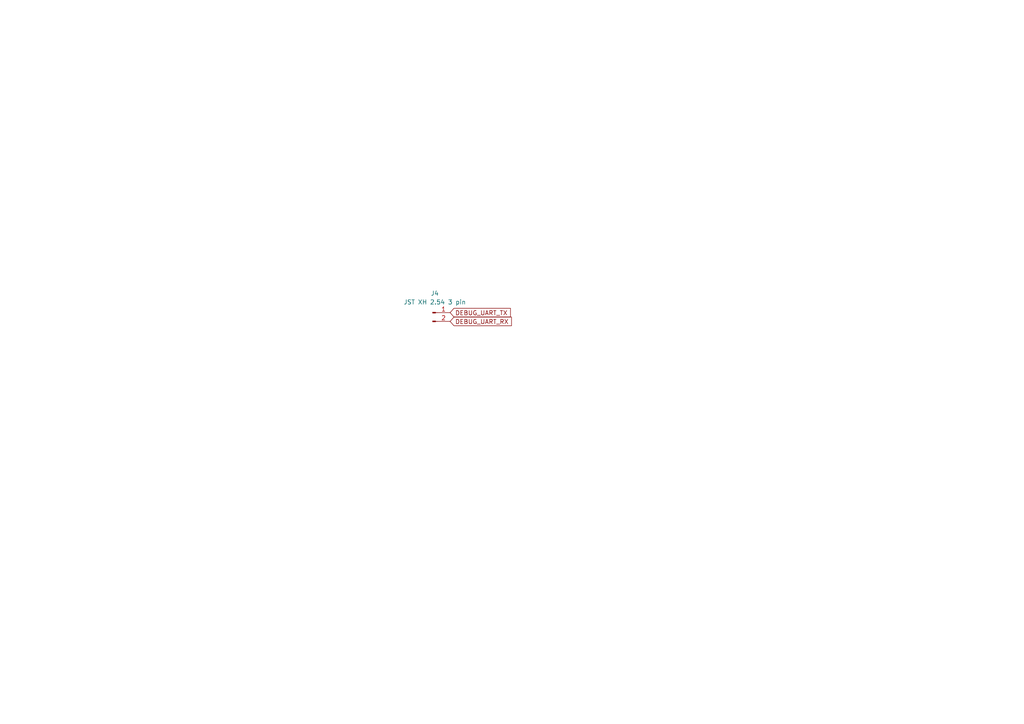
<source format=kicad_sch>
(kicad_sch (version 20231120) (generator "eeschema") (generator_version "8.0")
  (paper "A4")
  (lib_symbols
    (symbol "Connector:Conn_01x02_Pin" (pin_names (offset 1.016) hide)
      (property "Reference" "J" (at 0 2.54 0))
      (property "Value" "Conn_01x02_Pin" (at 0 -5.08 0))
      (symbol "Conn_01x02_Pin_1_1"
        (polyline (pts (xy 1.27 -2.54) (xy 0.8636 -2.54)) (stroke (width 0.1524)))
        (polyline (pts (xy 1.27 0) (xy 0.8636 0)) (stroke (width 0.1524)))
        (rectangle (start 0.8636 -2.413) (end 0 -2.667) (stroke (width 0.1524)) (fill (type outline)))
        (rectangle (start 0.8636 0.127) (end 0 -0.127) (stroke (width 0.1524)) (fill (type outline)))
        (pin passive line (at 5.08 0 180) (length 3.81) (name "Pin_1") (number "1"))
        (pin passive line (at 5.08 -2.54 180) (length 3.81) (name "Pin_2") (number "2"))
      )
    )
  )
  (global_label "DEBUG_UART_RX" (shape input) (at 130.556 93.218 0) (property "Intersheetrefs" "${INTERSHEET_REFS}" (effects (hide yes))))
  (global_label "DEBUG_UART_TX" (shape input) (at 130.556 90.678 0) (property "Intersheetrefs" "${INTERSHEET_REFS}" (effects (hide yes))))
  (symbol (lib_id "Connector:Conn_01x02_Pin") (at 125.476 90.678 0) (unit 1)
    (property "Reference" "J4" (at 126.111 85.09 0))
    (property "Value" "JST XH 2.54 3 pin" (at 126.111 87.63 0))
    (property "Footprint" "Connector_JST:JST_EH_S2B-EH_1x02_P2.50mm_Horizontal" (effects (hide yes)))
    (property "Description" "Generic connector, single row, 01x02, script generated" (effects (hide yes)))
  )
)
</source>
